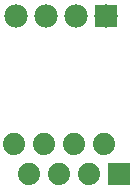
<source format=gtl>
G04 MADE WITH FRITZING*
G04 WWW.FRITZING.ORG*
G04 DOUBLE SIDED*
G04 HOLES PLATED*
G04 CONTOUR ON CENTER OF CONTOUR VECTOR*
%ASAXBY*%
%FSLAX23Y23*%
%MOIN*%
%OFA0B0*%
%SFA1.0B1.0*%
%ADD10C,0.078000*%
%ADD11C,0.074000*%
%ADD12R,0.078000X0.078000*%
%ADD13R,0.001000X0.001000*%
%LNCOPPER1*%
G90*
G70*
G54D10*
X615Y907D03*
X515Y907D03*
X415Y907D03*
X315Y907D03*
X615Y907D03*
X515Y907D03*
X415Y907D03*
X315Y907D03*
G54D11*
X309Y478D03*
X359Y378D03*
X409Y478D03*
X509Y478D03*
X609Y478D03*
X459Y378D03*
X559Y378D03*
X659Y378D03*
X309Y478D03*
X359Y378D03*
X409Y478D03*
X509Y478D03*
X609Y478D03*
X459Y378D03*
X559Y378D03*
X659Y378D03*
G54D12*
X615Y907D03*
X615Y907D03*
G54D13*
X622Y415D02*
X695Y415D01*
X622Y414D02*
X695Y414D01*
X622Y413D02*
X695Y413D01*
X622Y412D02*
X695Y412D01*
X622Y411D02*
X695Y411D01*
X622Y410D02*
X695Y410D01*
X622Y409D02*
X695Y409D01*
X622Y408D02*
X695Y408D01*
X622Y407D02*
X695Y407D01*
X622Y406D02*
X695Y406D01*
X622Y405D02*
X695Y405D01*
X622Y404D02*
X695Y404D01*
X622Y403D02*
X695Y403D01*
X622Y402D02*
X695Y402D01*
X622Y401D02*
X695Y401D01*
X622Y400D02*
X695Y400D01*
X622Y399D02*
X695Y399D01*
X622Y398D02*
X695Y398D01*
X622Y397D02*
X653Y397D01*
X664Y397D02*
X695Y397D01*
X622Y396D02*
X650Y396D01*
X667Y396D02*
X695Y396D01*
X622Y395D02*
X648Y395D01*
X669Y395D02*
X695Y395D01*
X622Y394D02*
X646Y394D01*
X670Y394D02*
X695Y394D01*
X622Y393D02*
X645Y393D01*
X672Y393D02*
X695Y393D01*
X622Y392D02*
X644Y392D01*
X673Y392D02*
X695Y392D01*
X622Y391D02*
X643Y391D01*
X674Y391D02*
X695Y391D01*
X622Y390D02*
X642Y390D01*
X675Y390D02*
X695Y390D01*
X622Y389D02*
X642Y389D01*
X675Y389D02*
X695Y389D01*
X622Y388D02*
X641Y388D01*
X676Y388D02*
X695Y388D01*
X622Y387D02*
X640Y387D01*
X676Y387D02*
X695Y387D01*
X622Y386D02*
X640Y386D01*
X677Y386D02*
X695Y386D01*
X622Y385D02*
X640Y385D01*
X677Y385D02*
X695Y385D01*
X622Y384D02*
X639Y384D01*
X678Y384D02*
X695Y384D01*
X622Y383D02*
X639Y383D01*
X678Y383D02*
X695Y383D01*
X622Y382D02*
X639Y382D01*
X678Y382D02*
X695Y382D01*
X622Y381D02*
X639Y381D01*
X678Y381D02*
X695Y381D01*
X622Y380D02*
X638Y380D01*
X678Y380D02*
X695Y380D01*
X622Y379D02*
X638Y379D01*
X679Y379D02*
X695Y379D01*
X622Y378D02*
X638Y378D01*
X679Y378D02*
X695Y378D01*
X622Y377D02*
X638Y377D01*
X678Y377D02*
X695Y377D01*
X622Y376D02*
X638Y376D01*
X678Y376D02*
X695Y376D01*
X622Y375D02*
X639Y375D01*
X678Y375D02*
X695Y375D01*
X622Y374D02*
X639Y374D01*
X678Y374D02*
X695Y374D01*
X622Y373D02*
X639Y373D01*
X678Y373D02*
X695Y373D01*
X622Y372D02*
X639Y372D01*
X678Y372D02*
X695Y372D01*
X622Y371D02*
X640Y371D01*
X677Y371D02*
X695Y371D01*
X622Y370D02*
X640Y370D01*
X677Y370D02*
X695Y370D01*
X622Y369D02*
X641Y369D01*
X676Y369D02*
X695Y369D01*
X622Y368D02*
X641Y368D01*
X676Y368D02*
X695Y368D01*
X622Y367D02*
X642Y367D01*
X675Y367D02*
X695Y367D01*
X622Y366D02*
X643Y366D01*
X674Y366D02*
X695Y366D01*
X622Y365D02*
X643Y365D01*
X673Y365D02*
X695Y365D01*
X622Y364D02*
X644Y364D01*
X673Y364D02*
X695Y364D01*
X622Y363D02*
X645Y363D01*
X671Y363D02*
X695Y363D01*
X622Y362D02*
X647Y362D01*
X670Y362D02*
X695Y362D01*
X622Y361D02*
X648Y361D01*
X668Y361D02*
X695Y361D01*
X622Y360D02*
X650Y360D01*
X667Y360D02*
X695Y360D01*
X622Y359D02*
X654Y359D01*
X663Y359D02*
X695Y359D01*
X622Y358D02*
X695Y358D01*
X622Y357D02*
X695Y357D01*
X622Y356D02*
X695Y356D01*
X622Y355D02*
X695Y355D01*
X622Y354D02*
X695Y354D01*
X622Y353D02*
X695Y353D01*
X622Y352D02*
X695Y352D01*
X622Y351D02*
X695Y351D01*
X622Y350D02*
X695Y350D01*
X622Y349D02*
X695Y349D01*
X622Y348D02*
X695Y348D01*
X622Y347D02*
X695Y347D01*
X622Y346D02*
X695Y346D01*
X622Y345D02*
X695Y345D01*
X622Y344D02*
X695Y344D01*
X622Y343D02*
X695Y343D01*
X622Y342D02*
X695Y342D01*
D02*
G04 End of Copper1*
M02*
</source>
